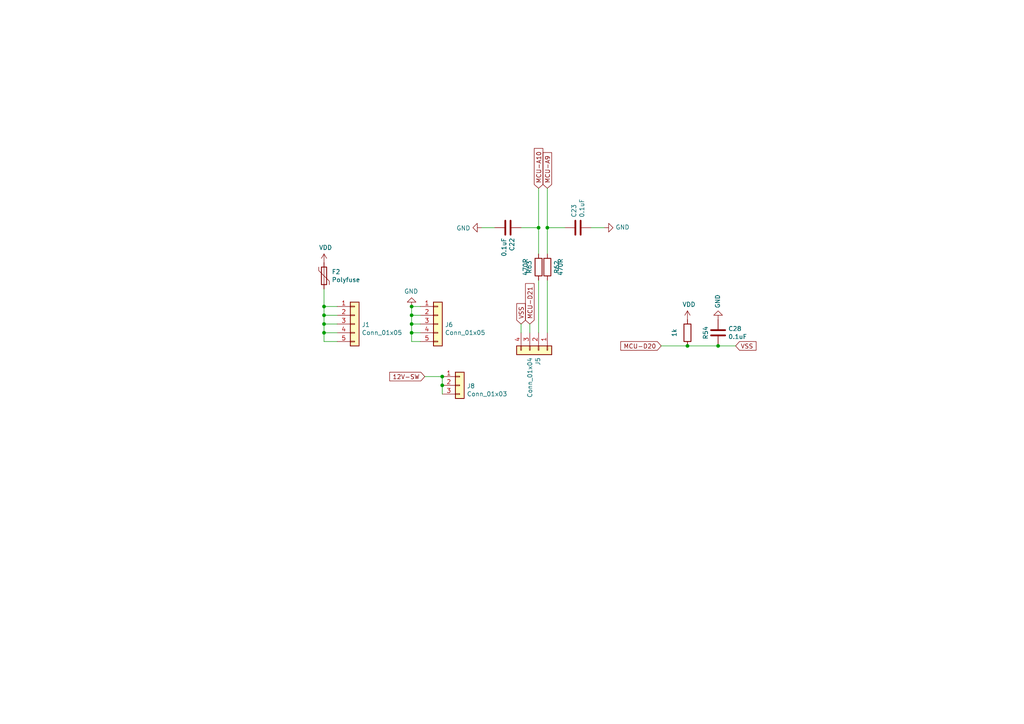
<source format=kicad_sch>
(kicad_sch (version 20230121) (generator eeschema)
  (paper "A4")
  (title_block (title "0.4") (date "2024-08-07") (rev "4e") (company "Speeduino") (comment 1 "Updated by Kenneth \"Cmdr_scotty\" Walters"))
  (lib_symbols
    (symbol "Connector_Generic:Conn_01x03" (pin_names (offset 1.016) hide)
      (property "Reference" "J" (at 0 5.08 0))
      (property "Value" "Conn_01x03" (at 0 -5.08 0))
      (symbol "Conn_01x03_1_1"
        (rectangle (start -1.27 -2.413) (end 0 -2.667) (stroke (width 0.1524)))
        (rectangle (start -1.27 0.127) (end 0 -0.127) (stroke (width 0.1524)))
        (rectangle (start -1.27 2.667) (end 0 2.413) (stroke (width 0.1524)))
        (rectangle (start -1.27 3.81) (end 1.27 -3.81) (stroke (width 0.254)) (fill (type background)))
        (pin passive line (at -5.08 2.54 0) (length 3.81) (name "Pin_1") (number "1"))
        (pin passive line (at -5.08 0 0) (length 3.81) (name "Pin_2") (number "2"))
        (pin passive line (at -5.08 -2.54 0) (length 3.81) (name "Pin_3") (number "3"))
      )
    )
    (symbol "Connector_Generic:Conn_01x04" (pin_names (offset 1.016) hide)
      (property "Reference" "J" (at 0 5.08 0))
      (property "Value" "Conn_01x04" (at 0 -7.62 0))
      (symbol "Conn_01x04_1_1"
        (rectangle (start -1.27 -4.953) (end 0 -5.207) (stroke (width 0.1524)))
        (rectangle (start -1.27 -2.413) (end 0 -2.667) (stroke (width 0.1524)))
        (rectangle (start -1.27 0.127) (end 0 -0.127) (stroke (width 0.1524)))
        (rectangle (start -1.27 2.667) (end 0 2.413) (stroke (width 0.1524)))
        (rectangle (start -1.27 3.81) (end 1.27 -6.35) (stroke (width 0.254)) (fill (type background)))
        (pin passive line (at -5.08 2.54 0) (length 3.81) (name "Pin_1") (number "1"))
        (pin passive line (at -5.08 0 0) (length 3.81) (name "Pin_2") (number "2"))
        (pin passive line (at -5.08 -2.54 0) (length 3.81) (name "Pin_3") (number "3"))
        (pin passive line (at -5.08 -5.08 0) (length 3.81) (name "Pin_4") (number "4"))
      )
    )
    (symbol "Connector_Generic:Conn_01x05" (pin_names (offset 1.016) hide)
      (property "Reference" "J" (at 0 7.62 0))
      (property "Value" "Conn_01x05" (at 0 -7.62 0))
      (symbol "Conn_01x05_1_1"
        (rectangle (start -1.27 -4.953) (end 0 -5.207) (stroke (width 0.1524)))
        (rectangle (start -1.27 -2.413) (end 0 -2.667) (stroke (width 0.1524)))
        (rectangle (start -1.27 0.127) (end 0 -0.127) (stroke (width 0.1524)))
        (rectangle (start -1.27 2.667) (end 0 2.413) (stroke (width 0.1524)))
        (rectangle (start -1.27 5.207) (end 0 4.953) (stroke (width 0.1524)))
        (rectangle (start -1.27 6.35) (end 1.27 -6.35) (stroke (width 0.254)) (fill (type background)))
        (pin passive line (at -5.08 5.08 0) (length 3.81) (name "Pin_1") (number "1"))
        (pin passive line (at -5.08 2.54 0) (length 3.81) (name "Pin_2") (number "2"))
        (pin passive line (at -5.08 0 0) (length 3.81) (name "Pin_3") (number "3"))
        (pin passive line (at -5.08 -2.54 0) (length 3.81) (name "Pin_4") (number "4"))
        (pin passive line (at -5.08 -5.08 0) (length 3.81) (name "Pin_5") (number "5"))
      )
    )
    (symbol "Device:C" (pin_numbers hide) (pin_names (offset 0.254))
      (property "Reference" "C" (at 0.635 2.54 0))
      (property "Value" "C" (at 0.635 -2.54 0))
      (symbol "C_0_1"
        (polyline (pts (xy -2.032 -0.762) (xy 2.032 -0.762)) (stroke (width 0.508)))
        (polyline (pts (xy -2.032 0.762) (xy 2.032 0.762)) (stroke (width 0.508)))
      )
      (symbol "C_1_1"
        (pin passive line (at 0 3.81 270) (length 2.794) (name "~") (number "1"))
        (pin passive line (at 0 -3.81 90) (length 2.794) (name "~") (number "2"))
      )
    )
    (symbol "Device:Polyfuse" (pin_numbers hide) (pin_names (offset 0))
      (property "Reference" "F" (at -2.54 0 90))
      (property "Value" "Polyfuse" (at 2.54 0 90))
      (symbol "Polyfuse_0_1"
        (rectangle (start -0.762 2.54) (end 0.762 -2.54) (stroke (width 0.254)))
        (polyline (pts (xy 0 2.54) (xy 0 -2.54)))
        (polyline (pts (xy -1.524 2.54) (xy -1.524 1.524) (xy 1.524 -1.524) (xy 1.524 -2.54)))
      )
      (symbol "Polyfuse_1_1"
        (pin passive line (at 0 3.81 270) (length 1.27) (name "~") (number "1"))
        (pin passive line (at 0 -3.81 90) (length 1.27) (name "~") (number "2"))
      )
    )
    (symbol "Device:R" (pin_numbers hide) (pin_names (offset 0))
      (property "Reference" "R" (at 2.032 0 90))
      (property "Value" "R" (at 0 0 90))
      (symbol "R_0_1"
        (rectangle (start -1.016 -2.54) (end 1.016 2.54) (stroke (width 0.254)))
      )
      (symbol "R_1_1"
        (pin passive line (at 0 3.81 270) (length 1.27) (name "~") (number "1"))
        (pin passive line (at 0 -3.81 90) (length 1.27) (name "~") (number "2"))
      )
    )
    (symbol "power:GND" (power) (pin_names (offset 0))
      (property "Value" "GND" (at 0 -3.81 0))
      (symbol "GND_0_1"
        (polyline (pts (xy 0 0) (xy 0 -1.27) (xy 1.27 -1.27) (xy 0 -2.54) (xy -1.27 -1.27) (xy 0 -1.27)))
      )
      (symbol "GND_1_1"
        (pin power_in line (at 0 0 270) (length 0) hide (name "GND") (number "1"))
      )
    )
    (symbol "power:VDD" (power) (pin_names (offset 0))
      (property "Value" "VDD" (at 0 3.81 0))
      (symbol "VDD_0_1"
        (polyline (pts (xy -0.762 1.27) (xy 0 2.54)))
        (polyline (pts (xy 0 0) (xy 0 2.54)))
        (polyline (pts (xy 0 2.54) (xy 0.762 1.27)))
      )
      (symbol "VDD_1_1"
        (pin power_in line (at 0 0 90) (length 0) hide (name "VDD") (number "1"))
      )
    )
  )
  (junction (at 119.38 91.44))
  (junction (at 158.75 66.04))
  (junction (at 93.98 88.9))
  (junction (at 128.27 109.22))
  (junction (at 119.38 88.9))
  (junction (at 93.98 93.98))
  (junction (at 119.38 96.52))
  (junction (at 93.98 96.52))
  (junction (at 199.39 100.33))
  (junction (at 128.27 111.76))
  (junction (at 208.28 100.33))
  (junction (at 93.98 91.44))
  (junction (at 156.21 66.04))
  (junction (at 119.38 93.98))
  (wire (pts (xy 123.19 109.22) (xy 128.27 109.22)))
  (wire (pts (xy 158.75 81.28) (xy 158.75 96.52)))
  (wire (pts (xy 171.45 66.04) (xy 175.26 66.04)))
  (wire (pts (xy 153.67 93.98) (xy 153.67 96.52)))
  (wire (pts (xy 128.27 111.76) (xy 128.27 114.3)))
  (wire (pts (xy 119.38 96.52) (xy 119.38 99.06)))
  (wire (pts (xy 93.98 96.52) (xy 93.98 93.98)))
  (wire (pts (xy 119.38 91.44) (xy 121.92 91.44)))
  (wire (pts (xy 93.98 96.52) (xy 93.98 99.06)))
  (wire (pts (xy 119.38 88.9) (xy 121.92 88.9)))
  (wire (pts (xy 119.38 93.98) (xy 121.92 93.98)))
  (wire (pts (xy 119.38 99.06) (xy 121.92 99.06)))
  (wire (pts (xy 156.21 66.04) (xy 156.21 73.66)))
  (wire (pts (xy 151.13 66.04) (xy 156.21 66.04)))
  (wire (pts (xy 93.98 93.98) (xy 97.79 93.98)))
  (wire (pts (xy 119.38 93.98) (xy 119.38 96.52)))
  (wire (pts (xy 93.98 88.9) (xy 93.98 91.44)))
  (wire (pts (xy 151.13 93.98) (xy 151.13 96.52)))
  (wire (pts (xy 93.98 91.44) (xy 93.98 93.98)))
  (wire (pts (xy 119.38 91.44) (xy 119.38 93.98)))
  (wire (pts (xy 97.79 96.52) (xy 93.98 96.52)))
  (wire (pts (xy 213.36 100.33) (xy 208.28 100.33)))
  (wire (pts (xy 199.39 100.33) (xy 191.77 100.33)))
  (wire (pts (xy 163.83 66.04) (xy 158.75 66.04)))
  (wire (pts (xy 97.79 99.06) (xy 93.98 99.06)))
  (wire (pts (xy 97.79 88.9) (xy 93.98 88.9)))
  (wire (pts (xy 208.28 100.33) (xy 199.39 100.33)))
  (wire (pts (xy 158.75 54.61) (xy 158.75 66.04)))
  (wire (pts (xy 156.21 81.28) (xy 156.21 96.52)))
  (wire (pts (xy 119.38 88.9) (xy 119.38 91.44)))
  (wire (pts (xy 143.51 66.04) (xy 139.7 66.04)))
  (wire (pts (xy 128.27 109.22) (xy 128.27 111.76)))
  (wire (pts (xy 97.79 91.44) (xy 93.98 91.44)))
  (wire (pts (xy 156.21 54.61) (xy 156.21 66.04)))
  (wire (pts (xy 158.75 66.04) (xy 158.75 73.66)))
  (wire (pts (xy 93.98 83.82) (xy 93.98 88.9)))
  (wire (pts (xy 119.38 96.52) (xy 121.92 96.52)))
  (global_label "MCU-D20" (shape input) (at 191.77 100.33 180) (property "Intersheetrefs" "${INTERSHEET_REFS}" (effects hide)))
  (global_label "VSS" (shape input) (at 151.13 93.98 90) (property "Intersheetrefs" "${INTERSHEET_REFS}" (effects hide)))
  (global_label "12V-SW" (shape input) (at 123.19 109.22 180) (property "Intersheetrefs" "${INTERSHEET_REFS}" (effects hide)))
  (global_label "MCU-A9" (shape input) (at 158.75 54.61 90) (property "Intersheetrefs" "${INTERSHEET_REFS}" (effects hide)))
  (global_label "VSS" (shape input) (at 213.36 100.33 0) (property "Intersheetrefs" "${INTERSHEET_REFS}" (effects hide)))
  (global_label "MCU-D21" (shape input) (at 153.67 93.98 90) (property "Intersheetrefs" "${INTERSHEET_REFS}" (effects hide)))
  (global_label "MCU-A10" (shape input) (at 156.21 54.61 90) (property "Intersheetrefs" "${INTERSHEET_REFS}" (effects hide)))
  (symbol (lib_id "Connector_Generic:Conn_01x05") (at 102.87 93.98 0) (unit 1)
    (property "Reference" "J1" (at 104.902 94.1832 0) (effects (justify left)))
    (property "Value" "Conn_01x05" (at 104.902 96.4946 0) (effects (justify left)))
    (property "Footprint" "Connector_PinHeader_2.54mm:PinHeader_1x05_P2.54mm_Vertical" (effects hide))
  )
  (symbol (lib_id "Connector_Generic:Conn_01x05") (at 127 93.98 0) (unit 1)
    (property "Reference" "J6" (at 129.032 94.1832 0) (effects (justify left)))
    (property "Value" "Conn_01x05" (at 129.032 96.4946 0) (effects (justify left)))
    (property "Footprint" "Connector_PinHeader_2.54mm:PinHeader_1x05_P2.54mm_Vertical" (effects hide))
  )
  (symbol (lib_id "power:GND") (at 119.38 88.9 180) (unit 1)
    (property "Reference" "#PWR072" (effects hide))
    (property "Value" "GND" (at 119.253 84.5058 0))
  )
  (symbol (lib_id "Connector_Generic:Conn_01x04") (at 156.21 101.6 270) (unit 1)
    (property "Reference" "J5" (at 156.0068 103.632 0) (effects (justify left)))
    (property "Value" "Conn_01x04" (at 153.6954 103.632 0) (effects (justify left)))
    (property "Footprint" "Connector_PinHeader_2.54mm:PinHeader_1x04_P2.54mm_Vertical" (effects hide))
  )
  (symbol (lib_id "Device:R") (at 158.75 77.47 0) (unit 1)
    (property "Reference" "R63" (at 153.4922 77.47 90))
    (property "Value" "470R" (at 162.56 77.47 90))
    (property "Footprint" "Resistor_THT:R_Axial_DIN0204_L3.6mm_D1.6mm_P5.08mm_Horizontal" (effects hide))
    (property "Manufacturer_Name" "Vishay" (effects hide))
    (property "Manufacturer_Part_Number" "MBA02040C4700FRP00" (effects hide))
    (property "URL" "https://www.digikey.com.au/product-detail/en/vishay-beyschlag-draloric-bc-components/MBA02040C4700FRP00/BC3516CT-ND/7350946" (effects hide))
    (property "Digikey Part Number" "BC3516CT-ND" (effects hide))
    (instances (project "v0.4.3e" (path "" (reference "R63") (unit 1)) (path "" (reference "R?") (unit 1))))
  )
  (symbol (lib_id "Device:C") (at 167.64 66.04 90) (unit 1)
    (property "Reference" "C23" (at 166.4716 63.119 0) (effects (justify left)))
    (property "Value" "0.1uF" (at 168.783 63.119 0) (effects (justify left)))
    (property "Footprint" "Capacitor_THT:C_Disc_D5.0mm_W2.5mm_P2.50mm" (effects hide))
    (property "Digikey Part Number" "445-180563-1-ND" (effects hide))
    (property "Manufacturer_Name" "TDK" (effects hide))
    (property "Manufacturer_Part_Number" "FA18X8R1E104KNU06" (effects hide))
    (property "URL" "https://www.digikey.com.au/product-detail/en/tdk-corporation/FA18X8R1E104KNU06/445-180563-1-ND/9560689" (effects hide))
    (instances (project "v0.4.3e" (path "" (reference "C23") (unit 1)) (path "" (reference "C?") (unit 1))))
  )
  (symbol (lib_id "Device:R") (at 156.21 77.47 180) (unit 1)
    (property "Reference" "R62" (at 161.4678 77.47 90))
    (property "Value" "470R" (at 152.4 77.47 90))
    (property "Footprint" "Resistor_THT:R_Axial_DIN0204_L3.6mm_D1.6mm_P5.08mm_Horizontal" (effects hide))
    (property "Manufacturer_Name" "Vishay" (effects hide))
    (property "Manufacturer_Part_Number" "MBA02040C4700FRP00" (effects hide))
    (property "URL" "https://www.digikey.com.au/product-detail/en/vishay-beyschlag-draloric-bc-components/MBA02040C4700FRP00/BC3516CT-ND/7350946" (effects hide))
    (property "Digikey Part Number" "BC3516CT-ND" (effects hide))
    (instances (project "v0.4.3e" (path "" (reference "R62") (unit 1)) (path "" (reference "R?") (unit 1))))
  )
  (symbol (lib_id "Device:C") (at 147.32 66.04 270) (unit 1)
    (property "Reference" "C22" (at 148.4884 68.961 0) (effects (justify left)))
    (property "Value" "0.1uF" (at 146.177 68.961 0) (effects (justify left)))
    (property "Footprint" "Capacitor_THT:C_Disc_D5.0mm_W2.5mm_P2.50mm" (effects hide))
    (property "Digikey Part Number" "445-180563-1-ND" (effects hide))
    (property "Manufacturer_Name" "TDK" (effects hide))
    (property "Manufacturer_Part_Number" "FA18X8R1E104KNU06" (effects hide))
    (property "URL" "https://www.digikey.com.au/product-detail/en/tdk-corporation/FA18X8R1E104KNU06/445-180563-1-ND/9560689" (effects hide))
    (instances (project "v0.4.3e" (path "" (reference "C22") (unit 1)) (path "" (reference "C?") (unit 1))))
  )
  (symbol (lib_id "power:GND") (at 139.7 66.04 270) (unit 1)
    (property "Reference" "#PWR073" (effects hide))
    (property "Value" "GND" (at 136.4488 66.167 90) (effects (justify right)))
  )
  (symbol (lib_id "power:GND") (at 175.26 66.04 90) (unit 1)
    (property "Reference" "#PWR074" (effects hide))
    (property "Value" "GND" (at 178.5112 65.913 90) (effects (justify right)))
  )
  (symbol (lib_id "Connector_Generic:Conn_01x03") (at 133.35 111.76 0) (unit 1)
    (property "Reference" "J8" (at 135.382 111.9632 0) (effects (justify left)))
    (property "Value" "Conn_01x03" (at 135.382 114.2746 0) (effects (justify left)))
    (property "Footprint" "Connector_PinHeader_2.54mm:PinHeader_1x03_P2.54mm_Vertical" (effects hide))
    (property "Spice_Primitive" "J" (effects hide))
    (property "Spice_Model" "Conn_01x03" (effects hide))
    (property "Spice_Netlist_Enabled" "Y" (effects hide))
  )
  (symbol (lib_id "Device:Polyfuse") (at 93.98 80.01 0) (unit 1)
    (property "Reference" "F2" (at 96.2152 78.8416 0) (effects (justify left)))
    (property "Value" "Polyfuse" (at 96.2152 81.153 0) (effects (justify left)))
    (property "Footprint" "Fuse:Fuse_BelFuse_0ZRE0055FF_L14.0mm_W4.1mm" (effects hide))
    (property "Digikey Part Number" "507-2403-ND" (effects hide))
    (property "Manufacturer_Name" "Bel Fuse" (effects hide))
    (property "Manufacturer_Part_Number" "0ZRP0050FF1E" (effects hide))
    (property "URL" "https://www.digikey.com.au/product-detail/en/bel-fuse-inc/0ZRP0050FF1E/507-2403-ND/9468252" (effects hide))
  )
  (symbol (lib_id "power:VDD") (at 93.98 76.2 0) (unit 1)
    (property "Reference" "#PWR0120" (effects hide))
    (property "Value" "VDD" (at 94.4118 71.8058 0))
  )
  (symbol (lib_id "Device:R") (at 199.39 96.52 180) (unit 1)
    (property "Reference" "R54" (at 204.6478 96.52 90))
    (property "Value" "1k" (at 195.58 96.52 90))
    (property "Footprint" "Resistor_THT:R_Axial_DIN0204_L3.6mm_D1.6mm_P5.08mm_Horizontal" (effects hide))
    (property "Manufacturer_Name" "Vishay" (effects hide))
    (property "Manufacturer_Part_Number" "MBA02040C1001FRP00" (effects hide))
    (property "Digikey Part Number" "BC1.00KXCT-ND" (effects hide))
    (instances (project "v0.4.3e" (path "" (reference "R54") (unit 1)) (path "" (reference "R?") (unit 1))))
  )
  (symbol (lib_id "Device:C") (at 208.28 96.52 0) (unit 1)
    (property "Reference" "C28" (at 211.201 95.3516 0) (effects (justify left)))
    (property "Value" "0.1uF" (at 211.201 97.663 0) (effects (justify left)))
    (property "Footprint" "Capacitor_THT:C_Disc_D5.0mm_W2.5mm_P2.50mm" (effects hide))
    (property "Digikey Part Number" "445-180563-1-ND" (effects hide))
    (property "Manufacturer_Name" "TDK" (effects hide))
    (property "Manufacturer_Part_Number" "FA18X8R1E104KNU06" (effects hide))
    (property "URL" "https://www.digikey.com.au/product-detail/en/tdk-corporation/FA18X8R1E104KNU06/445-180563-1-ND/9560689" (effects hide))
    (instances (project "v0.4.3e" (path "" (reference "C28") (unit 1)) (path "" (reference "C?") (unit 1))))
  )
  (symbol (lib_id "power:GND") (at 208.28 92.71 180) (unit 1)
    (property "Reference" "#PWR0121" (effects hide))
    (property "Value" "GND" (at 208.153 89.4588 90) (effects (justify right)))
  )
  (symbol (lib_id "power:VDD") (at 199.39 92.71 0) (unit 1)
    (property "Reference" "#PWR0122" (effects hide))
    (property "Value" "VDD" (at 199.8218 88.3158 0))
  )
)
</source>
